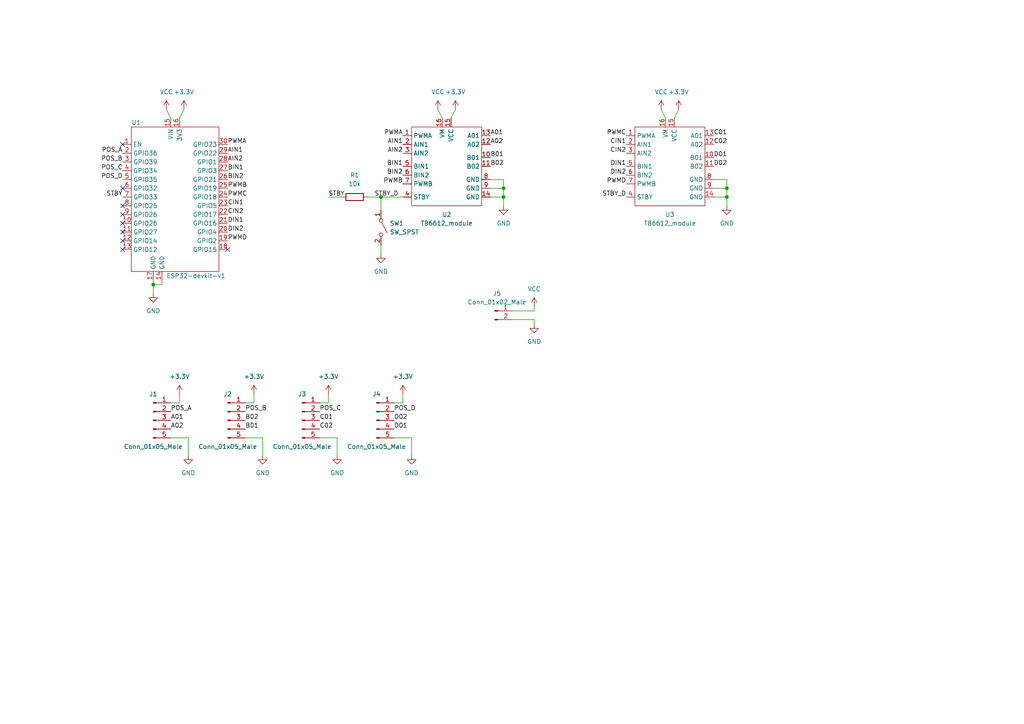
<source format=kicad_sch>
(kicad_sch (version 20211123) (generator eeschema)
  (paper "A4")
  (title_block (title "Tvilling") (date "2022-10-08") (rev "v01") (comment 1 "UPx S6"))
  (lib_symbols
    (symbol "Connector:Conn_01x02_Male" (pin_names (offset 1.016) hide)
      (property "Reference" "J" (at 0 2.54 0))
      (property "Value" "Conn_01x02_Male" (at 0 -5.08 0))
      (symbol "Conn_01x02_Male_1_1"
        (polyline (pts (xy 1.27 -2.54) (xy 0.8636 -2.54)) (stroke (width 0.1524)))
        (polyline (pts (xy 1.27 0) (xy 0.8636 0)) (stroke (width 0.1524)))
        (rectangle (start 0.8636 -2.413) (end 0 -2.667) (stroke (width 0.1524)) (fill (type outline)))
        (rectangle (start 0.8636 0.127) (end 0 -0.127) (stroke (width 0.1524)) (fill (type outline)))
        (pin passive line (at 5.08 0 180) (length 3.81) (name "Pin_1") (number "1"))
        (pin passive line (at 5.08 -2.54 180) (length 3.81) (name "Pin_2") (number "2"))
      )
    )
    (symbol "Connector:Conn_01x05_Male" (pin_names (offset 1.016) hide)
      (property "Reference" "J" (at 0 7.62 0))
      (property "Value" "Conn_01x05_Male" (at 0 -7.62 0))
      (symbol "Conn_01x05_Male_1_1"
        (polyline (pts (xy 1.27 -5.08) (xy 0.8636 -5.08)) (stroke (width 0.1524)))
        (polyline (pts (xy 1.27 -2.54) (xy 0.8636 -2.54)) (stroke (width 0.1524)))
        (polyline (pts (xy 1.27 0) (xy 0.8636 0)) (stroke (width 0.1524)))
        (polyline (pts (xy 1.27 2.54) (xy 0.8636 2.54)) (stroke (width 0.1524)))
        (polyline (pts (xy 1.27 5.08) (xy 0.8636 5.08)) (stroke (width 0.1524)))
        (rectangle (start 0.8636 -4.953) (end 0 -5.207) (stroke (width 0.1524)) (fill (type outline)))
        (rectangle (start 0.8636 -2.413) (end 0 -2.667) (stroke (width 0.1524)) (fill (type outline)))
        (rectangle (start 0.8636 0.127) (end 0 -0.127) (stroke (width 0.1524)) (fill (type outline)))
        (rectangle (start 0.8636 2.667) (end 0 2.413) (stroke (width 0.1524)) (fill (type outline)))
        (rectangle (start 0.8636 5.207) (end 0 4.953) (stroke (width 0.1524)) (fill (type outline)))
        (pin passive line (at 5.08 5.08 180) (length 3.81) (name "Pin_1") (number "1"))
        (pin passive line (at 5.08 2.54 180) (length 3.81) (name "Pin_2") (number "2"))
        (pin passive line (at 5.08 0 180) (length 3.81) (name "Pin_3") (number "3"))
        (pin passive line (at 5.08 -2.54 180) (length 3.81) (name "Pin_4") (number "4"))
        (pin passive line (at 5.08 -5.08 180) (length 3.81) (name "Pin_5") (number "5"))
      )
    )
    (symbol "Device:R" (pin_numbers hide) (pin_names (offset 0))
      (property "Reference" "R" (at 2.032 0 90))
      (property "Value" "R" (at 0 0 90))
      (symbol "R_0_1"
        (rectangle (start -1.016 -2.54) (end 1.016 2.54) (stroke (width 0.254)))
      )
      (symbol "R_1_1"
        (pin passive line (at 0 3.81 270) (length 1.27) (name "~") (number "1"))
        (pin passive line (at 0 -3.81 90) (length 1.27) (name "~") (number "2"))
      )
    )
    (symbol "New_Library:ESP32-devkit-v1"
      (property "Reference" "U" (at -11.43 22.86 0))
      (property "Value" "ESP32-devkit-v1" (at 6.35 -21.59 0))
      (symbol "ESP32-devkit-v1_0_1"
        (rectangle (start -12.7 21.59) (end 12.7 -20.32))
      )
      (symbol "ESP32-devkit-v1_1_1"
        (pin input line (at -15.2887 16.5404 0) (length 2.54) (name "EN") (number "1"))
        (pin input line (at -15.24 -6.35 0) (length 2.54) (name "GPIO26") (number "10"))
        (pin input line (at -15.24 -8.89 0) (length 2.54) (name "GPIO27") (number "11"))
        (pin input line (at -15.24 -11.43 0) (length 2.54) (name "GPIO14") (number "12"))
        (pin input line (at -15.24 -13.97 0) (length 2.54) (name "GPIO12") (number "13"))
        (pin input line (at -3.81 -22.86 90) (length 2.54) (name "GND") (number "14"))
        (pin input line (at -1.27 24.13 270) (length 2.54) (name "VIN") (number "15"))
        (pin input line (at 1.27 24.13 270) (length 2.54) (name "3V3") (number "16"))
        (pin input line (at -6.35 -22.86 90) (length 2.54) (name "GND") (number "17"))
        (pin input line (at 15.24 -13.97 180) (length 2.54) (name "GPIO15") (number "18"))
        (pin input line (at 15.24 -11.43 180) (length 2.54) (name "GPIO2") (number "19"))
        (pin input line (at -15.24 13.97 0) (length 2.54) (name "GPIO36") (number "2"))
        (pin input line (at 15.24 -8.89 180) (length 2.54) (name "GPIO4") (number "20"))
        (pin input line (at 15.24 -6.35 180) (length 2.54) (name "GPIO16") (number "21"))
        (pin input line (at 15.24 -3.81 180) (length 2.54) (name "GPIO17") (number "22"))
        (pin input line (at 15.24 -1.27 180) (length 2.54) (name "GPIO5") (number "23"))
        (pin input line (at 15.24 1.27 180) (length 2.54) (name "GPIO18") (number "24"))
        (pin input line (at 15.24 3.81 180) (length 2.54) (name "GPIO19") (number "25"))
        (pin input line (at 15.24 6.35 180) (length 2.54) (name "GPIO21") (number "26"))
        (pin input line (at 15.24 8.89 180) (length 2.54) (name "GPIO3") (number "27"))
        (pin input line (at 15.24 11.43 180) (length 2.54) (name "GPIO1") (number "28"))
        (pin input line (at 15.24 13.97 180) (length 2.54) (name "GPIO22") (number "29"))
        (pin input line (at -15.24 11.43 0) (length 2.54) (name "GPIO39") (number "3"))
        (pin input line (at 15.24 16.51 180) (length 2.54) (name "GPIO23") (number "30"))
        (pin input line (at -15.24 8.89 0) (length 2.54) (name "GPIO34") (number "4"))
        (pin input line (at -15.24 6.35 0) (length 2.54) (name "GPIO35") (number "5"))
        (pin input line (at -15.24 3.81 0) (length 2.54) (name "GPIO32") (number "6"))
        (pin input line (at -15.24 1.27 0) (length 2.54) (name "GPIO33") (number "7"))
        (pin input line (at -15.24 -1.27 0) (length 2.54) (name "GPIO25") (number "8"))
        (pin input line (at -15.24 -3.81 0) (length 2.54) (name "GPIO26") (number "9"))
      )
    )
    (symbol "New_Library:TB6612_module"
      (property "Reference" "U" (at -8.89 12.7 0))
      (property "Value" "TB6612_module" (at 2.54 -12.7 0))
      (symbol "TB6612_module_0_1"
        (rectangle (start -10.16 11.43) (end 10.16 -11.43))
      )
      (symbol "TB6612_module_1_1"
        (pin input line (at -12.7 8.89 0) (length 2.54) (name "PWMA") (number "1"))
        (pin input line (at 12.7 2.54 180) (length 2.54) (name "B01") (number "10"))
        (pin input line (at 12.7 0 180) (length 2.54) (name "B02") (number "11"))
        (pin input line (at 12.7 6.35 180) (length 2.54) (name "A02") (number "12"))
        (pin input line (at 12.7 8.89 180) (length 2.54) (name "A01") (number "13"))
        (pin input line (at 12.7 -8.89 180) (length 2.54) (name "GND") (number "14"))
        (pin input line (at 1.27 13.97 270) (length 2.54) (name "VCC") (number "15"))
        (pin input line (at -1.27 13.97 270) (length 2.54) (name "VM") (number "16"))
        (pin input line (at -12.7 6.35 0) (length 2.54) (name "AIN1") (number "2"))
        (pin input line (at -12.7 3.81 0) (length 2.54) (name "AIN2") (number "3"))
        (pin input line (at -12.7 -8.89 0) (length 2.54) (name "STBY") (number "4"))
        (pin input line (at -12.7 0 0) (length 2.54) (name "BIN1") (number "5"))
        (pin input line (at -12.7 -2.54 0) (length 2.54) (name "BIN2") (number "6"))
        (pin input line (at -12.7 -5.08 0) (length 2.54) (name "PWMB") (number "7"))
        (pin input line (at 12.7 -3.81 180) (length 2.54) (name "GND") (number "8"))
        (pin input line (at 12.7 -6.35 180) (length 2.54) (name "GND") (number "9"))
      )
    )
    (symbol "Switch:SW_SPST" (pin_names (offset 0) hide)
      (property "Reference" "SW" (at 0 3.175 0))
      (property "Value" "SW_SPST" (at 0 -2.54 0))
      (symbol "SW_SPST_0_0"
        (circle (center -2.032 0) (radius 0.508))
        (polyline (pts (xy -1.524 0.254) (xy 1.524 1.778)))
        (circle (center 2.032 0) (radius 0.508))
      )
      (symbol "SW_SPST_1_1"
        (pin passive line (at -5.08 0 0) (length 2.54) (name "A") (number "1"))
        (pin passive line (at 5.08 0 180) (length 2.54) (name "B") (number "2"))
      )
    )
    (symbol "power:+3.3V" (power) (pin_names (offset 0))
      (property "Value" "+3.3V" (at 0 3.556 0))
      (symbol "+3.3V_0_1"
        (polyline (pts (xy -0.762 1.27) (xy 0 2.54)))
        (polyline (pts (xy 0 0) (xy 0 2.54)))
        (polyline (pts (xy 0 2.54) (xy 0.762 1.27)))
      )
      (symbol "+3.3V_1_1"
        (pin power_in line (at 0 0 90) (length 0) hide (name "+3.3V") (number "1"))
      )
    )
    (symbol "power:GND" (power) (pin_names (offset 0))
      (property "Value" "GND" (at 0 -3.81 0))
      (symbol "GND_0_1"
        (polyline (pts (xy 0 0) (xy 0 -1.27) (xy 1.27 -1.27) (xy 0 -2.54) (xy -1.27 -1.27) (xy 0 -1.27)))
      )
      (symbol "GND_1_1"
        (pin power_in line (at 0 0 270) (length 0) hide (name "GND") (number "1"))
      )
    )
    (symbol "power:VCC" (power) (pin_names (offset 0))
      (property "Value" "VCC" (at 0 3.81 0))
      (symbol "VCC_0_1"
        (polyline (pts (xy -0.762 1.27) (xy 0 2.54)))
        (polyline (pts (xy 0 0) (xy 0 2.54)))
        (polyline (pts (xy 0 2.54) (xy 0.762 1.27)))
      )
      (symbol "VCC_1_1"
        (pin power_in line (at 0 0 90) (length 0) hide (name "VCC") (number "1"))
      )
    )
  )
  (junction (at 146.05 57.15))
  (junction (at 146.05 54.61))
  (junction (at 44.45 82.55))
  (junction (at 110.49 57.15))
  (junction (at 210.82 57.15))
  (junction (at 210.82 54.61))
  (no_connect (at 35.56 64.77))
  (no_connect (at 35.56 54.61))
  (no_connect (at 35.56 59.69))
  (no_connect (at 66.04 72.39))
  (no_connect (at 35.56 72.39))
  (no_connect (at 35.56 62.23))
  (no_connect (at 35.56 69.85))
  (no_connect (at 35.56 41.91))
  (no_connect (at 35.56 67.31))
  (wire (pts (xy 73.66 116.84) (xy 73.66 114.3)))
  (wire (pts (xy 76.2 127) (xy 76.2 132.08)))
  (wire (pts (xy 110.49 57.15) (xy 116.84 57.15)))
  (wire (pts (xy 210.82 52.07) (xy 210.82 54.61)))
  (wire (pts (xy 48.26 31.75) (xy 49.53 34.29)))
  (wire (pts (xy 95.25 57.15) (xy 99.06 57.15)))
  (wire (pts (xy 71.12 116.84) (xy 73.66 116.84)))
  (wire (pts (xy 52.07 116.84) (xy 52.07 114.3)))
  (wire (pts (xy 207.01 52.07) (xy 210.82 52.07)))
  (wire (pts (xy 196.85 31.75) (xy 195.58 34.29)))
  (wire (pts (xy 154.94 92.71) (xy 154.94 93.98)))
  (wire (pts (xy 71.12 127) (xy 76.2 127)))
  (wire (pts (xy 210.82 54.61) (xy 210.82 57.15)))
  (wire (pts (xy 106.68 57.15) (xy 110.49 57.15)))
  (wire (pts (xy 44.45 81.28) (xy 44.45 82.55)))
  (wire (pts (xy 95.25 116.84) (xy 95.25 114.3)))
  (wire (pts (xy 154.94 90.17) (xy 154.94 88.9)))
  (wire (pts (xy 119.38 127) (xy 119.38 132.08)))
  (wire (pts (xy 142.24 52.07) (xy 146.05 52.07)))
  (wire (pts (xy 210.82 57.15) (xy 210.82 59.69)))
  (wire (pts (xy 97.79 127) (xy 97.79 132.08)))
  (wire (pts (xy 127 31.75) (xy 128.27 34.29)))
  (wire (pts (xy 49.53 127) (xy 54.61 127)))
  (wire (pts (xy 146.05 52.07) (xy 146.05 54.61)))
  (wire (pts (xy 116.84 116.84) (xy 116.84 114.3)))
  (wire (pts (xy 114.3 116.84) (xy 116.84 116.84)))
  (wire (pts (xy 207.01 57.15) (xy 210.82 57.15)))
  (wire (pts (xy 92.71 116.84) (xy 95.25 116.84)))
  (wire (pts (xy 92.71 127) (xy 97.79 127)))
  (wire (pts (xy 54.61 127) (xy 54.61 132.08)))
  (wire (pts (xy 49.53 116.84) (xy 52.07 116.84)))
  (wire (pts (xy 191.77 31.75) (xy 193.04 34.29)))
  (wire (pts (xy 110.49 57.15) (xy 110.49 60.96)))
  (wire (pts (xy 132.08 31.75) (xy 130.81 34.29)))
  (wire (pts (xy 46.99 82.55) (xy 44.45 82.55)))
  (wire (pts (xy 46.99 81.28) (xy 46.99 82.55)))
  (wire (pts (xy 146.05 54.61) (xy 146.05 57.15)))
  (wire (pts (xy 148.59 92.71) (xy 154.94 92.71)))
  (wire (pts (xy 53.34 31.75) (xy 52.07 34.29)))
  (wire (pts (xy 142.24 57.15) (xy 146.05 57.15)))
  (wire (pts (xy 148.59 90.17) (xy 154.94 90.17)))
  (wire (pts (xy 114.3 127) (xy 119.38 127)))
  (wire (pts (xy 44.45 82.55) (xy 44.45 85.09)))
  (wire (pts (xy 142.24 54.61) (xy 146.05 54.61)))
  (wire (pts (xy 146.05 57.15) (xy 146.05 59.69)))
  (wire (pts (xy 110.49 73.66) (xy 110.49 71.12)))
  (wire (pts (xy 207.01 54.61) (xy 210.82 54.61)))
  (label "D02" (at 114.3 121.92 0))
  (label "STBY_D" (at 115.57 57.15 180))
  (label "B02" (at 71.12 121.92 0))
  (label "DIN1" (at 66.04 64.77 0))
  (label "AIN1" (at 116.84 41.91 180))
  (label "CIN1" (at 66.04 59.69 0))
  (label "C02" (at 92.71 124.46 0))
  (label "A01" (at 49.53 121.92 0))
  (label "A02" (at 142.24 41.91 0))
  (label "PWMA" (at 116.84 39.37 180))
  (label "POS_C" (at 92.71 119.38 0))
  (label "B02" (at 142.24 48.26 0))
  (label "C02" (at 207.01 41.91 0))
  (label "BIN2" (at 116.84 50.8 180))
  (label "POS_D" (at 35.56 52.07 180))
  (label "D01" (at 207.01 45.72 0))
  (label "CIN2" (at 66.04 62.23 0))
  (label "POS_D" (at 114.3 119.38 0))
  (label "PWMA" (at 66.04 41.91 0))
  (label "POS_A" (at 49.53 119.38 0))
  (label "C01" (at 92.71 121.92 0))
  (label "BIN1" (at 116.84 48.26 180))
  (label "CIN1" (at 181.61 41.91 180))
  (label "PWMB" (at 116.84 53.34 180))
  (label "PWMC" (at 66.04 57.15 0))
  (label "AIN1" (at 66.04 44.45 0))
  (label "STBY" (at 35.56 57.15 180))
  (label "POS_B" (at 71.12 119.38 0))
  (label "BIN2" (at 66.04 52.07 0))
  (label "AIN2" (at 66.04 46.99 0))
  (label "DIN1" (at 181.61 48.26 180))
  (label "POS_A" (at 35.56 44.45 180))
  (label "AIN2" (at 116.84 44.45 180))
  (label "A01" (at 142.24 39.37 0))
  (label "D01" (at 114.3 124.46 0))
  (label "STBY" (at 95.25 57.15 0))
  (label "PWMD" (at 66.04 69.85 0))
  (label "CIN2" (at 181.61 44.45 180))
  (label "A02" (at 49.53 124.46 0))
  (label "B01" (at 71.12 124.46 0))
  (label "DIN2" (at 181.61 50.8 180))
  (label "POS_C" (at 35.56 49.53 180))
  (label "POS_B" (at 35.56 46.99 180))
  (label "B01" (at 142.24 45.72 0))
  (label "BIN1" (at 66.04 49.53 0))
  (label "STBY_D" (at 181.61 57.15 180))
  (label "PWMD" (at 181.61 53.34 180))
  (label "DIN2" (at 66.04 67.31 0))
  (label "PWMC" (at 181.61 39.37 180))
  (label "PWMB" (at 66.04 54.61 0))
  (label "C01" (at 207.01 39.37 0))
  (label "D02" (at 207.01 48.26 0))
  (symbol (lib_id "power:+3.3V") (at 53.34 31.75 0) (unit 1)
    (property "Reference" "#PWR04" (effects hide))
    (property "Value" "+3.3V" (at 53.34 26.67 0))
  )
  (symbol (lib_id "New_Library:ESP32-devkit-v1") (at 50.8 58.42 0) (unit 1)
    (property "Reference" "U1" (at 38.1 35.56 0) (effects (justify left)))
    (property "Value" "ESP32-devkit-v1" (at 48.26 80.01 0) (effects (justify left)))
    (property "Footprint" "New_library:ESP32-devkit-v1" (effects hide))
  )
  (symbol (lib_id "power:+3.3V") (at 196.85 31.75 0) (unit 1)
    (property "Reference" "#PWR019" (effects hide))
    (property "Value" "+3.3V" (at 196.85 26.67 0))
  )
  (symbol (lib_id "power:GND") (at 110.49 73.66 0) (unit 1)
    (property "Reference" "#PWR010" (effects hide))
    (property "Value" "GND" (at 110.49 78.74 0))
  )
  (symbol (lib_id "power:GND") (at 97.79 132.08 0) (unit 1)
    (property "Reference" "#PWR09" (effects hide))
    (property "Value" "GND" (at 97.79 137.16 0))
  )
  (symbol (lib_id "power:GND") (at 76.2 132.08 0) (unit 1)
    (property "Reference" "#PWR07" (effects hide))
    (property "Value" "GND" (at 76.2 137.16 0))
  )
  (symbol (lib_id "Connector:Conn_01x05_Male") (at 109.22 121.92 0) (unit 1)
    (property "Reference" "J4" (at 109.22 114.3 0))
    (property "Value" "Conn_01x05_Male" (at 109.22 129.54 0))
    (property "Footprint" "Connector_PinHeader_2.54mm:PinHeader_1x05_P2.54mm_Vertical" (effects hide))
  )
  (symbol (lib_id "power:VCC") (at 48.26 31.75 0) (unit 1)
    (property "Reference" "#PWR02" (effects hide))
    (property "Value" "VCC" (at 48.26 26.67 0))
  )
  (symbol (lib_id "power:GND") (at 54.61 132.08 0) (unit 1)
    (property "Reference" "#PWR05" (effects hide))
    (property "Value" "GND" (at 54.61 137.16 0))
  )
  (symbol (lib_id "power:GND") (at 210.82 59.69 0) (unit 1)
    (property "Reference" "#PWR020" (effects hide))
    (property "Value" "GND" (at 210.82 64.77 0))
  )
  (symbol (lib_id "power:+3.3V") (at 95.25 114.3 0) (unit 1)
    (property "Reference" "#PWR08" (effects hide))
    (property "Value" "+3.3V" (at 95.25 109.22 0))
  )
  (symbol (lib_id "power:GND") (at 44.45 85.09 0) (unit 1)
    (property "Reference" "#PWR01" (effects hide))
    (property "Value" "GND" (at 44.45 90.17 0))
  )
  (symbol (lib_id "power:GND") (at 119.38 132.08 0) (unit 1)
    (property "Reference" "#PWR012" (effects hide))
    (property "Value" "GND" (at 119.38 137.16 0))
  )
  (symbol (lib_id "Connector:Conn_01x05_Male") (at 87.63 121.92 0) (unit 1)
    (property "Reference" "J3" (at 87.63 114.3 0))
    (property "Value" "Conn_01x05_Male" (at 87.63 129.54 0))
    (property "Footprint" "Connector_PinHeader_2.54mm:PinHeader_1x05_P2.54mm_Vertical" (effects hide))
  )
  (symbol (lib_id "New_Library:TB6612_module") (at 194.31 48.26 0) (unit 1)
    (property "Reference" "U3" (at 194.31 62.23 0))
    (property "Value" "TB6612_module" (at 194.31 64.77 0))
    (property "Footprint" "New_library:TB6612 module" (effects hide))
  )
  (symbol (lib_id "power:VCC") (at 154.94 88.9 0) (unit 1)
    (property "Reference" "#PWR016" (effects hide))
    (property "Value" "VCC" (at 154.94 83.82 0))
  )
  (symbol (lib_id "New_Library:TB6612_module") (at 129.54 48.26 0) (unit 1)
    (property "Reference" "U2" (at 129.54 62.23 0))
    (property "Value" "TB6612_module" (at 129.54 64.77 0))
    (property "Footprint" "New_library:TB6612 module" (effects hide))
  )
  (symbol (lib_id "power:+3.3V") (at 73.66 114.3 0) (unit 1)
    (property "Reference" "#PWR06" (effects hide))
    (property "Value" "+3.3V" (at 73.66 109.22 0))
  )
  (symbol (lib_id "power:VCC") (at 127 31.75 0) (unit 1)
    (property "Reference" "#PWR013" (effects hide))
    (property "Value" "VCC" (at 127 26.67 0))
  )
  (symbol (lib_id "power:+3.3V") (at 132.08 31.75 0) (unit 1)
    (property "Reference" "#PWR014" (effects hide))
    (property "Value" "+3.3V" (at 132.08 26.67 0))
  )
  (symbol (lib_id "power:GND") (at 154.94 93.98 0) (unit 1)
    (property "Reference" "#PWR017" (effects hide))
    (property "Value" "GND" (at 154.94 99.06 0))
  )
  (symbol (lib_id "Connector:Conn_01x05_Male") (at 44.45 121.92 0) (unit 1)
    (property "Reference" "J1" (at 44.45 114.3 0))
    (property "Value" "Conn_01x05_Male" (at 44.45 129.54 0))
    (property "Footprint" "Connector_PinHeader_2.54mm:PinHeader_1x05_P2.54mm_Vertical" (effects hide))
  )
  (symbol (lib_id "power:+3.3V") (at 52.07 114.3 0) (unit 1)
    (property "Reference" "#PWR03" (effects hide))
    (property "Value" "+3.3V" (at 52.07 109.22 0))
  )
  (symbol (lib_id "Switch:SW_SPST") (at 110.49 66.04 270) (unit 1)
    (property "Reference" "SW1" (at 113.03 64.7699 90) (effects (justify left)))
    (property "Value" "SW_SPST" (at 113.03 67.3099 90) (effects (justify left)))
    (property "Footprint" "Button_Switch_THT:SW_PUSH_6mm_H4.3mm" (effects hide))
  )
  (symbol (lib_id "power:GND") (at 146.05 59.69 0) (unit 1)
    (property "Reference" "#PWR015" (effects hide))
    (property "Value" "GND" (at 146.05 64.77 0))
  )
  (symbol (lib_id "Connector:Conn_01x02_Male") (at 143.51 90.17 0) (unit 1)
    (property "Reference" "J5" (at 144.145 85.09 0))
    (property "Value" "Conn_01x02_Male" (at 144.145 87.63 0))
    (property "Footprint" "Connector_PinHeader_2.54mm:PinHeader_1x02_P2.54mm_Vertical" (effects hide))
  )
  (symbol (lib_id "Connector:Conn_01x05_Male") (at 66.04 121.92 0) (unit 1)
    (property "Reference" "J2" (at 66.04 114.3 0))
    (property "Value" "Conn_01x05_Male" (at 66.04 129.54 0))
    (property "Footprint" "Connector_PinHeader_2.54mm:PinHeader_1x05_P2.54mm_Vertical" (effects hide))
  )
  (symbol (lib_id "Device:R") (at 102.87 57.15 90) (unit 1)
    (property "Reference" "R1" (at 102.87 50.8 90))
    (property "Value" "10k" (at 102.87 53.34 90))
    (property "Footprint" "Resistor_THT:R_Axial_DIN0207_L6.3mm_D2.5mm_P7.62mm_Horizontal" (effects hide))
  )
  (symbol (lib_id "power:VCC") (at 191.77 31.75 0) (unit 1)
    (property "Reference" "#PWR018" (effects hide))
    (property "Value" "VCC" (at 191.77 26.67 0))
  )
  (symbol (lib_id "power:+3.3V") (at 116.84 114.3 0) (unit 1)
    (property "Reference" "#PWR011" (effects hide))
    (property "Value" "+3.3V" (at 116.84 109.22 0))
  )
)
</source>
